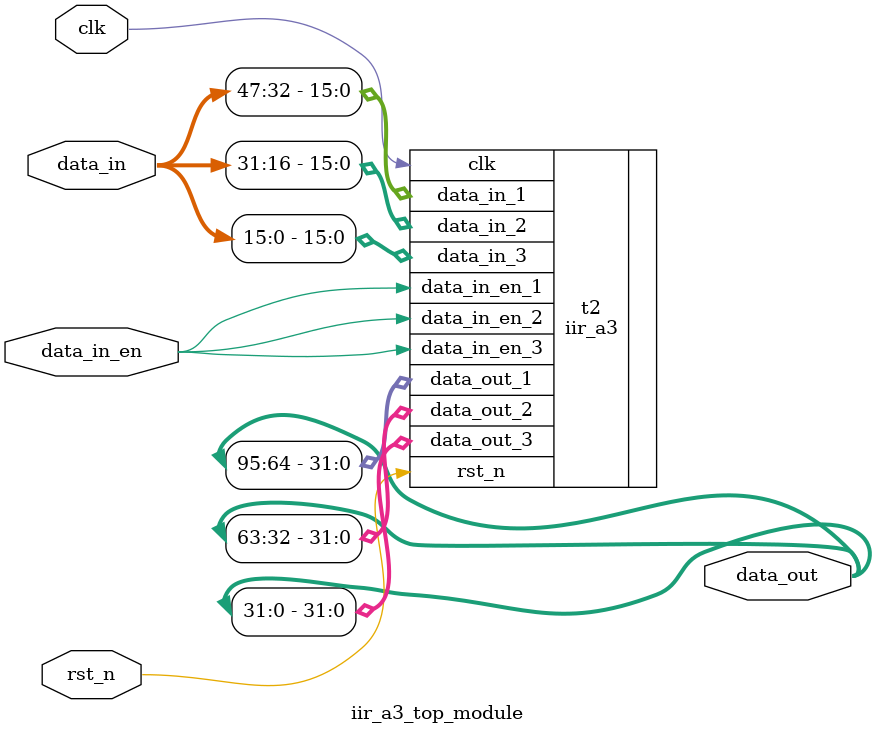
<source format=v>

module iir_a3_top_module(
    input clk,
    input rst_n,
    input signed [47:0] data_in,
    input data_in_en,
    output signed [95:0] data_out
);
        iir_a3 t2(
        .clk(clk),
        .rst_n(rst_n),
        .data_in_1(data_in[47:32]),
        .data_in_2(data_in[31:16]),
        .data_in_3(data_in[15:0]),
        .data_in_en_1(data_in_en),
        .data_in_en_2(data_in_en),
        .data_in_en_3(data_in_en),
        .data_out_1(data_out[95:64]),
        .data_out_2(data_out[63:32]),
        .data_out_3(data_out[31:0])
    );   

endmodule

</source>
